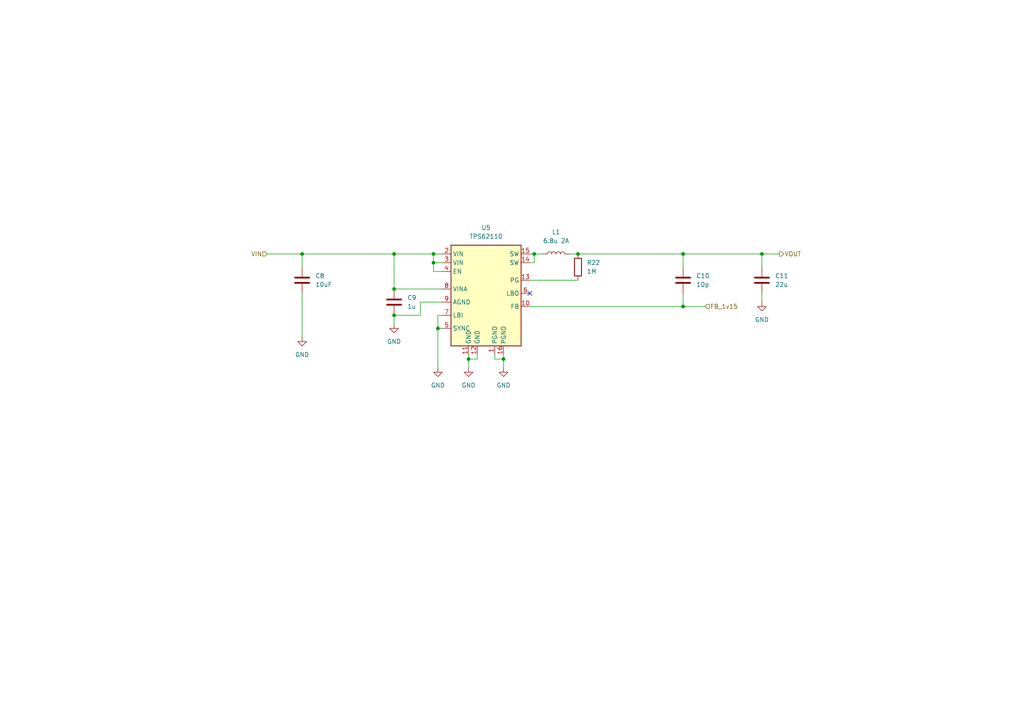
<source format=kicad_sch>
(kicad_sch (version 20211123) (generator eeschema)
  (paper "A4")
  (lib_symbols
    (symbol "Custom_Components:TPS62110"
      (property "Reference" "U" (at 0 2.54 0))
      (property "Value" "TPS62110" (at 0 0 0))
      (symbol "TPS62110_0_1"
        (rectangle (start -10.16 13.97) (end 10.16 -15.24) (stroke (width 0.254)) (fill (type background)))
      )
      (symbol "TPS62110_1_1"
        (pin power_in line (at 2.54 -17.78 90) (length 2.54) (name "PGND") (number "1"))
        (pin input line (at 12.7 -3.81 180) (length 2.54) (name "FB") (number "10"))
        (pin power_in line (at -5.08 -17.78 90) (length 2.54) (name "GND") (number "11"))
        (pin power_in line (at -2.54 -17.78 90) (length 2.54) (name "GND") (number "12"))
        (pin output line (at 12.7 3.81 180) (length 2.54) (name "PG") (number "13"))
        (pin power_out line (at 12.7 8.89 180) (length 2.54) (name "SW") (number "14"))
        (pin power_out line (at 12.7 11.43 180) (length 2.54) (name "SW") (number "15"))
        (pin power_in line (at 5.08 -17.78 90) (length 2.54) (name "PGND") (number "16"))
        (pin power_in line (at -12.7 11.43 0) (length 2.54) (name "VIN") (number "2"))
        (pin power_in line (at -12.7 8.89 0) (length 2.54) (name "VIN") (number "3"))
        (pin input line (at -12.7 6.35 0) (length 2.54) (name "EN") (number "4"))
        (pin input line (at -12.7 -10.16 0) (length 2.54) (name "SYNC") (number "5"))
        (pin output line (at 12.7 0 180) (length 2.54) (name "LBO") (number "6"))
        (pin input line (at -12.7 -6.35 0) (length 2.54) (name "LBI") (number "7"))
        (pin input line (at -12.7 1.27 0) (length 2.54) (name "VINA") (number "8"))
        (pin power_in line (at -12.7 -2.54 0) (length 2.54) (name "AGND") (number "9"))
      )
    )
    (symbol "Device:C" (pin_numbers hide) (pin_names (offset 0.254))
      (property "Reference" "C" (at 0.635 2.54 0))
      (property "Value" "C" (at 0.635 -2.54 0))
      (symbol "C_0_1"
        (polyline (pts (xy -2.032 -0.762) (xy 2.032 -0.762)) (stroke (width 0.508)))
        (polyline (pts (xy -2.032 0.762) (xy 2.032 0.762)) (stroke (width 0.508)))
      )
      (symbol "C_1_1"
        (pin passive line (at 0 3.81 270) (length 2.794) (name "~") (number "1"))
        (pin passive line (at 0 -3.81 90) (length 2.794) (name "~") (number "2"))
      )
    )
    (symbol "Device:L" (pin_numbers hide) (pin_names (offset 1.016) hide)
      (property "Reference" "L" (at -1.27 0 90))
      (property "Value" "L" (at 1.905 0 90))
      (symbol "L_0_1"
        (arc (start 0 -2.54) (mid 0.635 -1.905) (end 0 -1.27))
        (arc (start 0 -1.27) (mid 0.635 -0.635) (end 0 0))
        (arc (start 0 0) (mid 0.635 0.635) (end 0 1.27))
        (arc (start 0 1.27) (mid 0.635 1.905) (end 0 2.54))
      )
      (symbol "L_1_1"
        (pin passive line (at 0 3.81 270) (length 1.27) (name "1") (number "1"))
        (pin passive line (at 0 -3.81 90) (length 1.27) (name "2") (number "2"))
      )
    )
    (symbol "Device:R" (pin_numbers hide) (pin_names (offset 0))
      (property "Reference" "R" (at 2.032 0 90))
      (property "Value" "R" (at 0 0 90))
      (symbol "R_0_1"
        (rectangle (start -1.016 -2.54) (end 1.016 2.54) (stroke (width 0.254)))
      )
      (symbol "R_1_1"
        (pin passive line (at 0 3.81 270) (length 1.27) (name "~") (number "1"))
        (pin passive line (at 0 -3.81 90) (length 1.27) (name "~") (number "2"))
      )
    )
    (symbol "power:GND" (power) (pin_names (offset 0))
      (property "Value" "GND" (at 0 -3.81 0))
      (symbol "GND_0_1"
        (polyline (pts (xy 0 0) (xy 0 -1.27) (xy 1.27 -1.27) (xy 0 -2.54) (xy -1.27 -1.27) (xy 0 -1.27)))
      )
      (symbol "GND_1_1"
        (pin power_in line (at 0 0 270) (length 0) hide (name "GND") (number "1"))
      )
    )
  )
  (junction (at 125.73 76.2))
  (junction (at 125.73 73.66))
  (junction (at 167.64 73.66))
  (junction (at 198.12 88.9))
  (junction (at 127 95.25))
  (junction (at 114.3 73.66))
  (junction (at 154.94 73.66))
  (junction (at 114.3 91.44))
  (junction (at 114.3 83.82))
  (junction (at 87.63 73.66))
  (junction (at 146.05 104.14))
  (junction (at 135.89 104.14))
  (junction (at 220.98 73.66))
  (junction (at 198.12 73.66))
  (no_connect (at 153.67 85.09))
  (wire (pts (xy 114.3 91.44) (xy 114.3 93.98)))
  (wire (pts (xy 198.12 73.66) (xy 198.12 77.47)))
  (wire (pts (xy 167.64 73.66) (xy 165.1 73.66)))
  (wire (pts (xy 138.43 104.14) (xy 135.89 104.14)))
  (wire (pts (xy 127 91.44) (xy 127 95.25)))
  (wire (pts (xy 128.27 91.44) (xy 127 91.44)))
  (wire (pts (xy 167.64 73.66) (xy 198.12 73.66)))
  (wire (pts (xy 153.67 88.9) (xy 198.12 88.9)))
  (wire (pts (xy 125.73 76.2) (xy 128.27 76.2)))
  (wire (pts (xy 128.27 73.66) (xy 125.73 73.66)))
  (wire (pts (xy 87.63 85.09) (xy 87.63 97.79)))
  (wire (pts (xy 114.3 83.82) (xy 128.27 83.82)))
  (wire (pts (xy 154.94 76.2) (xy 154.94 73.66)))
  (wire (pts (xy 87.63 77.47) (xy 87.63 73.66)))
  (wire (pts (xy 127 95.25) (xy 127 106.68)))
  (wire (pts (xy 114.3 73.66) (xy 125.73 73.66)))
  (wire (pts (xy 220.98 77.47) (xy 220.98 73.66)))
  (wire (pts (xy 143.51 102.87) (xy 143.51 104.14)))
  (wire (pts (xy 153.67 81.28) (xy 167.64 81.28)))
  (wire (pts (xy 125.73 73.66) (xy 125.73 76.2)))
  (wire (pts (xy 87.63 73.66) (xy 114.3 73.66)))
  (wire (pts (xy 138.43 102.87) (xy 138.43 104.14)))
  (wire (pts (xy 146.05 104.14) (xy 146.05 106.68)))
  (wire (pts (xy 127 95.25) (xy 128.27 95.25)))
  (wire (pts (xy 128.27 87.63) (xy 121.92 87.63)))
  (wire (pts (xy 153.67 76.2) (xy 154.94 76.2)))
  (wire (pts (xy 135.89 104.14) (xy 135.89 106.68)))
  (wire (pts (xy 220.98 87.63) (xy 220.98 85.09)))
  (wire (pts (xy 121.92 87.63) (xy 121.92 91.44)))
  (wire (pts (xy 226.06 73.66) (xy 220.98 73.66)))
  (wire (pts (xy 154.94 73.66) (xy 157.48 73.66)))
  (wire (pts (xy 220.98 73.66) (xy 198.12 73.66)))
  (wire (pts (xy 153.67 73.66) (xy 154.94 73.66)))
  (wire (pts (xy 146.05 104.14) (xy 146.05 102.87)))
  (wire (pts (xy 143.51 104.14) (xy 146.05 104.14)))
  (wire (pts (xy 198.12 88.9) (xy 204.47 88.9)))
  (wire (pts (xy 114.3 73.66) (xy 114.3 83.82)))
  (wire (pts (xy 135.89 102.87) (xy 135.89 104.14)))
  (wire (pts (xy 77.47 73.66) (xy 87.63 73.66)))
  (wire (pts (xy 125.73 78.74) (xy 125.73 76.2)))
  (wire (pts (xy 121.92 91.44) (xy 114.3 91.44)))
  (wire (pts (xy 198.12 85.09) (xy 198.12 88.9)))
  (wire (pts (xy 128.27 78.74) (xy 125.73 78.74)))
  (hierarchical_label "FB_1v15" (shape input) (at 204.47 88.9 0))
  (hierarchical_label "VIN" (shape input) (at 77.47 73.66 180))
  (hierarchical_label "VOUT" (shape output) (at 226.06 73.66 0))
  (symbol (lib_id "power:GND") (at 87.63 97.79 0) (unit 1)
    (property "Reference" "#PWR042" (effects hide))
    (property "Value" "GND" (at 87.63 102.87 0))
  )
  (symbol (lib_id "power:GND") (at 146.05 106.68 0) (unit 1)
    (property "Reference" "#PWR046" (effects hide))
    (property "Value" "GND" (at 146.05 111.76 0))
  )
  (symbol (lib_id "Device:R") (at 167.64 77.47 0) (unit 1)
    (property "Reference" "R22" (at 170.18 76.1999 0) (effects (justify left)))
    (property "Value" "1M" (at 170.18 78.7399 0) (effects (justify left)))
    (property "Footprint" "Resistor_SMD:R_1206_3216Metric" (effects hide))
  )
  (symbol (lib_id "power:GND") (at 114.3 93.98 0) (unit 1)
    (property "Reference" "#PWR043" (effects hide))
    (property "Value" "GND" (at 114.3 99.06 0))
  )
  (symbol (lib_id "Device:L") (at 161.29 73.66 90) (unit 1)
    (property "Reference" "L1" (at 161.29 67.31 90))
    (property "Value" "6.8u 2A" (at 161.29 69.85 90))
    (property "Footprint" "Inductor_SMD:L_Bourns_SRN6045TA" (effects hide))
  )
  (symbol (lib_id "Custom_Components:TPS62110") (at 140.97 85.09 0) (unit 1)
    (property "Reference" "U5" (at 140.97 66.04 0))
    (property "Value" "TPS62110" (at 140.97 68.58 0))
    (property "Footprint" "Package_DFN_QFN:HVQFN-16-1EP_3x3mm_P0.5mm_EP1.5x1.5mm" (effects hide))
  )
  (symbol (lib_id "Device:C") (at 220.98 81.28 0) (unit 1)
    (property "Reference" "C11" (at 224.79 80.0099 0) (effects (justify left)))
    (property "Value" "22u" (at 224.79 82.5499 0) (effects (justify left)))
    (property "Footprint" "Capacitor_SMD:C_0805_2012Metric" (effects hide))
  )
  (symbol (lib_id "power:GND") (at 135.89 106.68 0) (unit 1)
    (property "Reference" "#PWR045" (effects hide))
    (property "Value" "GND" (at 135.89 111.76 0))
  )
  (symbol (lib_id "Device:C") (at 114.3 87.63 0) (unit 1)
    (property "Reference" "C9" (at 118.11 86.3599 0) (effects (justify left)))
    (property "Value" "1u" (at 118.11 88.8999 0) (effects (justify left)))
    (property "Footprint" "Capacitor_SMD:C_0805_2012Metric" (effects hide))
  )
  (symbol (lib_id "Device:C") (at 87.63 81.28 0) (unit 1)
    (property "Reference" "C8" (at 91.44 80.0099 0) (effects (justify left)))
    (property "Value" "10uF" (at 91.44 82.5499 0) (effects (justify left)))
    (property "Footprint" "Capacitor_SMD:C_0805_2012Metric" (effects hide))
  )
  (symbol (lib_id "Device:C") (at 198.12 81.28 0) (unit 1)
    (property "Reference" "C10" (at 201.93 80.0099 0) (effects (justify left)))
    (property "Value" "10p" (at 201.93 82.5499 0) (effects (justify left)))
    (property "Footprint" "Capacitor_SMD:C_0805_2012Metric" (effects hide))
  )
  (symbol (lib_id "power:GND") (at 127 106.68 0) (unit 1)
    (property "Reference" "#PWR044" (effects hide))
    (property "Value" "GND" (at 127 111.76 0))
  )
  (symbol (lib_id "power:GND") (at 220.98 87.63 0) (unit 1)
    (property "Reference" "#PWR048" (effects hide))
    (property "Value" "GND" (at 220.98 92.71 0))
  )
)
</source>
